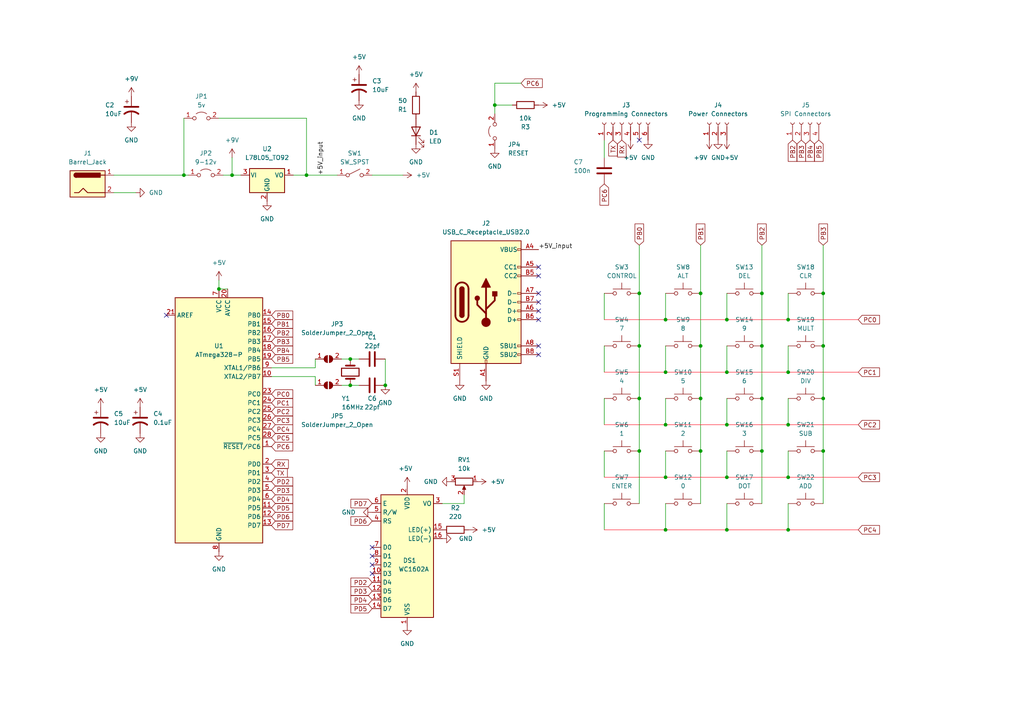
<source format=kicad_sch>
(kicad_sch (version 20211123) (generator eeschema)
  (paper "A4")
  (title_block (date "2022-08-15") (rev "1"))
  (lib_symbols
    (symbol "Connector:Barrel_Jack" (pin_names (offset 1.016))
      (property "Reference" "J" (at 0 5.334 0))
      (property "Value" "Barrel_Jack" (at 0 -5.08 0))
      (symbol "Barrel_Jack_0_1"
        (rectangle (start -5.08 3.81) (end 5.08 -3.81) (stroke (width 0.254)) (fill (type background)))
        (arc (start -3.302 3.175) (mid -3.937 2.54) (end -3.302 1.905) (stroke (width 0.254)))
        (arc (start -3.302 3.175) (mid -3.937 2.54) (end -3.302 1.905) (stroke (width 0.254)) (fill (type outline)))
        (polyline (pts (xy 5.08 2.54) (xy 3.81 2.54)) (stroke (width 0.254)))
        (polyline (pts (xy -3.81 -2.54) (xy -2.54 -2.54) (xy -1.27 -1.27) (xy 0 -2.54) (xy 2.54 -2.54) (xy 5.08 -2.54)) (stroke (width 0.254)))
        (rectangle (start 3.683 3.175) (end -3.302 1.905) (stroke (width 0.254)) (fill (type outline)))
      )
      (symbol "Barrel_Jack_1_1"
        (pin passive line (at 7.62 2.54 180) (length 2.54) (name "~") (number "1"))
        (pin passive line (at 7.62 -2.54 180) (length 2.54) (name "~") (number "2"))
      )
    )
    (symbol "Connector:Conn_01x03_Female" (pin_names (offset 1.016) hide)
      (property "Reference" "J" (at 0 5.08 0))
      (property "Value" "Conn_01x03_Female" (at 0 -5.08 0))
      (symbol "Conn_01x03_Female_1_1"
        (arc (start 0 -2.032) (mid -0.508 -2.54) (end 0 -3.048) (stroke (width 0.1524)))
        (polyline (pts (xy -1.27 -2.54) (xy -0.508 -2.54)) (stroke (width 0.1524)))
        (polyline (pts (xy -1.27 0) (xy -0.508 0)) (stroke (width 0.1524)))
        (polyline (pts (xy -1.27 2.54) (xy -0.508 2.54)) (stroke (width 0.1524)))
        (arc (start 0 0.508) (mid -0.508 0) (end 0 -0.508) (stroke (width 0.1524)))
        (arc (start 0 3.048) (mid -0.508 2.54) (end 0 2.032) (stroke (width 0.1524)))
        (pin passive line (at -5.08 2.54 0) (length 3.81) (name "Pin_1") (number "1"))
        (pin passive line (at -5.08 0 0) (length 3.81) (name "Pin_2") (number "2"))
        (pin passive line (at -5.08 -2.54 0) (length 3.81) (name "Pin_3") (number "3"))
      )
    )
    (symbol "Connector:Conn_01x04_Female" (pin_names (offset 1.016) hide)
      (property "Reference" "J" (at 0 5.08 0))
      (property "Value" "Conn_01x04_Female" (at 0 -7.62 0))
      (symbol "Conn_01x04_Female_1_1"
        (arc (start 0 -4.572) (mid -0.508 -5.08) (end 0 -5.588) (stroke (width 0.1524)))
        (arc (start 0 -2.032) (mid -0.508 -2.54) (end 0 -3.048) (stroke (width 0.1524)))
        (polyline (pts (xy -1.27 -5.08) (xy -0.508 -5.08)) (stroke (width 0.1524)))
        (polyline (pts (xy -1.27 -2.54) (xy -0.508 -2.54)) (stroke (width 0.1524)))
        (polyline (pts (xy -1.27 0) (xy -0.508 0)) (stroke (width 0.1524)))
        (polyline (pts (xy -1.27 2.54) (xy -0.508 2.54)) (stroke (width 0.1524)))
        (arc (start 0 0.508) (mid -0.508 0) (end 0 -0.508) (stroke (width 0.1524)))
        (arc (start 0 3.048) (mid -0.508 2.54) (end 0 2.032) (stroke (width 0.1524)))
        (pin passive line (at -5.08 2.54 0) (length 3.81) (name "Pin_1") (number "1"))
        (pin passive line (at -5.08 0 0) (length 3.81) (name "Pin_2") (number "2"))
        (pin passive line (at -5.08 -2.54 0) (length 3.81) (name "Pin_3") (number "3"))
        (pin passive line (at -5.08 -5.08 0) (length 3.81) (name "Pin_4") (number "4"))
      )
    )
    (symbol "Connector:Conn_01x06_Female" (pin_names (offset 1.016) hide)
      (property "Reference" "J" (at 0 7.62 0))
      (property "Value" "Conn_01x06_Female" (at 0 -10.16 0))
      (symbol "Conn_01x06_Female_1_1"
        (arc (start 0 -7.112) (mid -0.508 -7.62) (end 0 -8.128) (stroke (width 0.1524)))
        (arc (start 0 -4.572) (mid -0.508 -5.08) (end 0 -5.588) (stroke (width 0.1524)))
        (arc (start 0 -2.032) (mid -0.508 -2.54) (end 0 -3.048) (stroke (width 0.1524)))
        (polyline (pts (xy -1.27 -7.62) (xy -0.508 -7.62)) (stroke (width 0.1524)))
        (polyline (pts (xy -1.27 -5.08) (xy -0.508 -5.08)) (stroke (width 0.1524)))
        (polyline (pts (xy -1.27 -2.54) (xy -0.508 -2.54)) (stroke (width 0.1524)))
        (polyline (pts (xy -1.27 0) (xy -0.508 0)) (stroke (width 0.1524)))
        (polyline (pts (xy -1.27 2.54) (xy -0.508 2.54)) (stroke (width 0.1524)))
        (polyline (pts (xy -1.27 5.08) (xy -0.508 5.08)) (stroke (width 0.1524)))
        (arc (start 0 0.508) (mid -0.508 0) (end 0 -0.508) (stroke (width 0.1524)))
        (arc (start 0 3.048) (mid -0.508 2.54) (end 0 2.032) (stroke (width 0.1524)))
        (arc (start 0 5.588) (mid -0.508 5.08) (end 0 4.572) (stroke (width 0.1524)))
        (pin passive line (at -5.08 5.08 0) (length 3.81) (name "Pin_1") (number "1"))
        (pin passive line (at -5.08 2.54 0) (length 3.81) (name "Pin_2") (number "2"))
        (pin passive line (at -5.08 0 0) (length 3.81) (name "Pin_3") (number "3"))
        (pin passive line (at -5.08 -2.54 0) (length 3.81) (name "Pin_4") (number "4"))
        (pin passive line (at -5.08 -5.08 0) (length 3.81) (name "Pin_5") (number "5"))
        (pin passive line (at -5.08 -7.62 0) (length 3.81) (name "Pin_6") (number "6"))
      )
    )
    (symbol "Connector:USB_C_Receptacle_USB2.0" (pin_names (offset 1.016))
      (property "Reference" "J" (at -10.16 19.05 0))
      (property "Value" "USB_C_Receptacle_USB2.0" (at 19.05 19.05 0))
      (symbol "USB_C_Receptacle_USB2.0_0_0"
        (rectangle (start -0.254 -17.78) (end 0.254 -16.764))
        (rectangle (start 10.16 -14.986) (end 9.144 -15.494))
        (rectangle (start 10.16 -12.446) (end 9.144 -12.954))
        (rectangle (start 10.16 -4.826) (end 9.144 -5.334))
        (rectangle (start 10.16 -2.286) (end 9.144 -2.794))
        (rectangle (start 10.16 0.254) (end 9.144 -0.254))
        (rectangle (start 10.16 2.794) (end 9.144 2.286))
        (rectangle (start 10.16 7.874) (end 9.144 7.366))
        (rectangle (start 10.16 10.414) (end 9.144 9.906))
        (rectangle (start 10.16 15.494) (end 9.144 14.986))
      )
      (symbol "USB_C_Receptacle_USB2.0_0_1"
        (rectangle (start -10.16 17.78) (end 10.16 -17.78) (stroke (width 0.254)) (fill (type background)))
        (arc (start -8.89 -3.81) (mid -6.985 -5.715) (end -5.08 -3.81) (stroke (width 0.508)))
        (arc (start -7.62 -3.81) (mid -6.985 -4.445) (end -6.35 -3.81) (stroke (width 0.254)))
        (arc (start -7.62 -3.81) (mid -6.985 -4.445) (end -6.35 -3.81) (stroke (width 0.254)) (fill (type outline)))
        (rectangle (start -7.62 -3.81) (end -6.35 3.81) (stroke (width 0.254)) (fill (type outline)))
        (arc (start -6.35 3.81) (mid -6.985 4.445) (end -7.62 3.81) (stroke (width 0.254)))
        (arc (start -6.35 3.81) (mid -6.985 4.445) (end -7.62 3.81) (stroke (width 0.254)) (fill (type outline)))
        (arc (start -5.08 3.81) (mid -6.985 5.715) (end -8.89 3.81) (stroke (width 0.508)))
        (circle (center -2.54 1.143) (radius 0.635) (stroke (width 0.254)) (fill (type outline)))
        (circle (center 0 -5.842) (radius 1.27) (fill (type outline)))
        (polyline (pts (xy -8.89 -3.81) (xy -8.89 3.81)) (stroke (width 0.508)))
        (polyline (pts (xy -5.08 3.81) (xy -5.08 -3.81)) (stroke (width 0.508)))
        (polyline (pts (xy 0 -5.842) (xy 0 4.318)) (stroke (width 0.508)))
        (polyline (pts (xy 0 -3.302) (xy -2.54 -0.762) (xy -2.54 0.508)) (stroke (width 0.508)))
        (polyline (pts (xy 0 -2.032) (xy 2.54 0.508) (xy 2.54 1.778)) (stroke (width 0.508)))
        (polyline (pts (xy -1.27 4.318) (xy 0 6.858) (xy 1.27 4.318) (xy -1.27 4.318)) (stroke (width 0.254)) (fill (type outline)))
        (rectangle (start 1.905 1.778) (end 3.175 3.048) (stroke (width 0.254)) (fill (type outline)))
      )
      (symbol "USB_C_Receptacle_USB2.0_1_1"
        (pin passive line (at 0 -22.86 90) (length 5.08) (name "GND") (number "A1"))
        (pin passive line (at 0 -22.86 90) (length 5.08) hide (name "GND") (number "A12"))
        (pin passive line (at 15.24 15.24 180) (length 5.08) (name "VBUS") (number "A4"))
        (pin bidirectional line (at 15.24 10.16 180) (length 5.08) (name "CC1") (number "A5"))
        (pin bidirectional line (at 15.24 -2.54 180) (length 5.08) (name "D+") (number "A6"))
        (pin bidirectional line (at 15.24 2.54 180) (length 5.08) (name "D-") (number "A7"))
        (pin bidirectional line (at 15.24 -12.7 180) (length 5.08) (name "SBU1") (number "A8"))
        (pin passive line (at 15.24 15.24 180) (length 5.08) hide (name "VBUS") (number "A9"))
        (pin passive line (at 0 -22.86 90) (length 5.08) hide (name "GND") (number "B1"))
        (pin passive line (at 0 -22.86 90) (length 5.08) hide (name "GND") (number "B12"))
        (pin passive line (at 15.24 15.24 180) (length 5.08) hide (name "VBUS") (number "B4"))
        (pin bidirectional line (at 15.24 7.62 180) (length 5.08) (name "CC2") (number "B5"))
        (pin bidirectional line (at 15.24 -5.08 180) (length 5.08) (name "D+") (number "B6"))
        (pin bidirectional line (at 15.24 0 180) (length 5.08) (name "D-") (number "B7"))
        (pin bidirectional line (at 15.24 -15.24 180) (length 5.08) (name "SBU2") (number "B8"))
        (pin passive line (at 15.24 15.24 180) (length 5.08) hide (name "VBUS") (number "B9"))
        (pin passive line (at -7.62 -22.86 90) (length 5.08) (name "SHIELD") (number "S1"))
      )
    )
    (symbol "Device:C" (pin_numbers hide) (pin_names (offset 0.254))
      (property "Reference" "C" (at 0.635 2.54 0))
      (property "Value" "C" (at 0.635 -2.54 0))
      (symbol "C_0_1"
        (polyline (pts (xy -2.032 -0.762) (xy 2.032 -0.762)) (stroke (width 0.508)))
        (polyline (pts (xy -2.032 0.762) (xy 2.032 0.762)) (stroke (width 0.508)))
      )
      (symbol "C_1_1"
        (pin passive line (at 0 3.81 270) (length 2.794) (name "~") (number "1"))
        (pin passive line (at 0 -3.81 90) (length 2.794) (name "~") (number "2"))
      )
    )
    (symbol "Device:C_Polarized_US" (pin_numbers hide) (pin_names (offset 0.254) hide)
      (property "Reference" "C" (at 0.635 2.54 0))
      (property "Value" "C_Polarized_US" (at 0.635 -2.54 0))
      (symbol "C_Polarized_US_0_1"
        (polyline (pts (xy -2.032 0.762) (xy 2.032 0.762)) (stroke (width 0.508)))
        (polyline (pts (xy -1.778 2.286) (xy -0.762 2.286)))
        (polyline (pts (xy -1.27 1.778) (xy -1.27 2.794)))
        (arc (start 2.032 -1.27) (mid 0 -0.5572) (end -2.032 -1.27) (stroke (width 0.508)))
      )
      (symbol "C_Polarized_US_1_1"
        (pin passive line (at 0 3.81 270) (length 2.794) (name "~") (number "1"))
        (pin passive line (at 0 -3.81 90) (length 3.302) (name "~") (number "2"))
      )
    )
    (symbol "Device:Crystal" (pin_numbers hide) (pin_names (offset 1.016) hide)
      (property "Reference" "Y" (at 0 3.81 0))
      (property "Value" "Crystal" (at 0 -3.81 0))
      (symbol "Crystal_0_1"
        (rectangle (start -1.143 2.54) (end 1.143 -2.54) (stroke (width 0.3048)))
        (polyline (pts (xy -2.54 0) (xy -1.905 0)))
        (polyline (pts (xy -1.905 -1.27) (xy -1.905 1.27)) (stroke (width 0.508)))
        (polyline (pts (xy 1.905 -1.27) (xy 1.905 1.27)) (stroke (width 0.508)))
        (polyline (pts (xy 2.54 0) (xy 1.905 0)))
      )
      (symbol "Crystal_1_1"
        (pin passive line (at -3.81 0 0) (length 1.27) (name "1") (number "1"))
        (pin passive line (at 3.81 0 180) (length 1.27) (name "2") (number "2"))
      )
    )
    (symbol "Device:LED" (pin_numbers hide) (pin_names (offset 1.016) hide)
      (property "Reference" "D" (at 0 2.54 0))
      (property "Value" "LED" (at 0 -2.54 0))
      (symbol "LED_0_1"
        (polyline (pts (xy -1.27 -1.27) (xy -1.27 1.27)) (stroke (width 0.254)))
        (polyline (pts (xy -1.27 0) (xy 1.27 0)))
        (polyline (pts (xy 1.27 -1.27) (xy 1.27 1.27) (xy -1.27 0) (xy 1.27 -1.27)) (stroke (width 0.254)))
        (polyline (pts (xy -3.048 -0.762) (xy -4.572 -2.286) (xy -3.81 -2.286) (xy -4.572 -2.286) (xy -4.572 -1.524)))
        (polyline (pts (xy -1.778 -0.762) (xy -3.302 -2.286) (xy -2.54 -2.286) (xy -3.302 -2.286) (xy -3.302 -1.524)))
      )
      (symbol "LED_1_1"
        (pin passive line (at -3.81 0 0) (length 2.54) (name "K") (number "1"))
        (pin passive line (at 3.81 0 180) (length 2.54) (name "A") (number "2"))
      )
    )
    (symbol "Device:R" (pin_numbers hide) (pin_names (offset 0))
      (property "Reference" "R" (at 2.032 0 90))
      (property "Value" "R" (at 0 0 90))
      (symbol "R_0_1"
        (rectangle (start -1.016 -2.54) (end 1.016 2.54) (stroke (width 0.254)))
      )
      (symbol "R_1_1"
        (pin passive line (at 0 3.81 270) (length 1.27) (name "~") (number "1"))
        (pin passive line (at 0 -3.81 90) (length 1.27) (name "~") (number "2"))
      )
    )
    (symbol "Device:R_Potentiometer" (pin_names (offset 1.016) hide)
      (property "Reference" "RV" (at -4.445 0 90))
      (property "Value" "R_Potentiometer" (at -2.54 0 90))
      (symbol "R_Potentiometer_0_1"
        (polyline (pts (xy 2.54 0) (xy 1.524 0)))
        (polyline (pts (xy 1.143 0) (xy 2.286 0.508) (xy 2.286 -0.508) (xy 1.143 0)) (fill (type outline)))
        (rectangle (start 1.016 2.54) (end -1.016 -2.54) (stroke (width 0.254)))
      )
      (symbol "R_Potentiometer_1_1"
        (pin passive line (at 0 3.81 270) (length 1.27) (name "1") (number "1"))
        (pin passive line (at 3.81 0 180) (length 1.27) (name "2") (number "2"))
        (pin passive line (at 0 -3.81 90) (length 1.27) (name "3") (number "3"))
      )
    )
    (symbol "Display_Character:WC1602A"
      (property "Reference" "DS" (at -5.842 19.05 0))
      (property "Value" "WC1602A" (at 5.334 19.05 0))
      (symbol "WC1602A_1_1"
        (rectangle (start -7.62 17.78) (end 7.62 -17.78) (stroke (width 0.254)) (fill (type background)))
        (pin power_in line (at 0 -20.32 90) (length 2.54) (name "VSS") (number "1"))
        (pin input line (at -10.16 -5.08 0) (length 2.54) (name "D3") (number "10"))
        (pin input line (at -10.16 -7.62 0) (length 2.54) (name "D4") (number "11"))
        (pin input line (at -10.16 -10.16 0) (length 2.54) (name "D5") (number "12"))
        (pin input line (at -10.16 -12.7 0) (length 2.54) (name "D6") (number "13"))
        (pin input line (at -10.16 -15.24 0) (length 2.54) (name "D7") (number "14"))
        (pin power_in line (at 10.16 7.62 180) (length 2.54) (name "LED(+)") (number "15"))
        (pin power_in line (at 10.16 5.08 180) (length 2.54) (name "LED(-)") (number "16"))
        (pin power_in line (at 0 20.32 270) (length 2.54) (name "VDD") (number "2"))
        (pin input line (at 10.16 15.24 180) (length 2.54) (name "VO") (number "3"))
        (pin input line (at -10.16 10.16 0) (length 2.54) (name "RS") (number "4"))
        (pin input line (at -10.16 12.7 0) (length 2.54) (name "R/W") (number "5"))
        (pin input line (at -10.16 15.24 0) (length 2.54) (name "E") (number "6"))
        (pin input line (at -10.16 2.54 0) (length 2.54) (name "D0") (number "7"))
        (pin input line (at -10.16 0 0) (length 2.54) (name "D1") (number "8"))
        (pin input line (at -10.16 -2.54 0) (length 2.54) (name "D2") (number "9"))
      )
    )
    (symbol "Jumper:Jumper_2_Open" (pin_names (offset 0) hide)
      (property "Reference" "JP" (at 0 2.794 0))
      (property "Value" "Jumper_2_Open" (at 0 -2.286 0))
      (symbol "Jumper_2_Open_0_0"
        (circle (center -2.032 0) (radius 0.508))
        (circle (center 2.032 0) (radius 0.508))
      )
      (symbol "Jumper_2_Open_0_1"
        (arc (start 1.524 1.27) (mid 0 1.778) (end -1.524 1.27))
      )
      (symbol "Jumper_2_Open_1_1"
        (pin passive line (at -5.08 0 0) (length 2.54) (name "A") (number "1"))
        (pin passive line (at 5.08 0 180) (length 2.54) (name "B") (number "2"))
      )
    )
    (symbol "Jumper:SolderJumper_2_Open" (pin_names (offset 0) hide)
      (property "Reference" "JP" (at 0 2.032 0))
      (property "Value" "SolderJumper_2_Open" (at 0 -2.54 0))
      (symbol "SolderJumper_2_Open_0_1"
        (arc (start -0.254 1.016) (mid -1.27 0) (end -0.254 -1.016))
        (arc (start -0.254 1.016) (mid -1.27 0) (end -0.254 -1.016) (fill (type outline)))
        (polyline (pts (xy -0.254 1.016) (xy -0.254 -1.016)))
        (polyline (pts (xy 0.254 1.016) (xy 0.254 -1.016)))
        (arc (start 0.254 -1.016) (mid 1.27 0) (end 0.254 1.016))
        (arc (start 0.254 -1.016) (mid 1.27 0) (end 0.254 1.016) (fill (type outline)))
      )
      (symbol "SolderJumper_2_Open_1_1"
        (pin passive line (at -3.81 0 0) (length 2.54) (name "A") (number "1"))
        (pin passive line (at 3.81 0 180) (length 2.54) (name "B") (number "2"))
      )
    )
    (symbol "MCU_Microchip_ATmega:ATmega328-P"
      (property "Reference" "U" (at -12.7 36.83 0))
      (property "Value" "ATmega328-P" (at 2.54 -36.83 0))
      (symbol "ATmega328-P_0_1"
        (rectangle (start -12.7 -35.56) (end 12.7 35.56) (stroke (width 0.254)) (fill (type background)))
      )
      (symbol "ATmega328-P_1_1"
        (pin bidirectional line (at 15.24 -7.62 180) (length 2.54) (name "~{RESET}/PC6") (number "1"))
        (pin bidirectional line (at 15.24 12.7 180) (length 2.54) (name "XTAL2/PB7") (number "10"))
        (pin bidirectional line (at 15.24 -25.4 180) (length 2.54) (name "PD5") (number "11"))
        (pin bidirectional line (at 15.24 -27.94 180) (length 2.54) (name "PD6") (number "12"))
        (pin bidirectional line (at 15.24 -30.48 180) (length 2.54) (name "PD7") (number "13"))
        (pin bidirectional line (at 15.24 30.48 180) (length 2.54) (name "PB0") (number "14"))
        (pin bidirectional line (at 15.24 27.94 180) (length 2.54) (name "PB1") (number "15"))
        (pin bidirectional line (at 15.24 25.4 180) (length 2.54) (name "PB2") (number "16"))
        (pin bidirectional line (at 15.24 22.86 180) (length 2.54) (name "PB3") (number "17"))
        (pin bidirectional line (at 15.24 20.32 180) (length 2.54) (name "PB4") (number "18"))
        (pin bidirectional line (at 15.24 17.78 180) (length 2.54) (name "PB5") (number "19"))
        (pin bidirectional line (at 15.24 -12.7 180) (length 2.54) (name "PD0") (number "2"))
        (pin power_in line (at 2.54 38.1 270) (length 2.54) (name "AVCC") (number "20"))
        (pin passive line (at -15.24 30.48 0) (length 2.54) (name "AREF") (number "21"))
        (pin passive line (at 0 -38.1 90) (length 2.54) hide (name "GND") (number "22"))
        (pin bidirectional line (at 15.24 7.62 180) (length 2.54) (name "PC0") (number "23"))
        (pin bidirectional line (at 15.24 5.08 180) (length 2.54) (name "PC1") (number "24"))
        (pin bidirectional line (at 15.24 2.54 180) (length 2.54) (name "PC2") (number "25"))
        (pin bidirectional line (at 15.24 0 180) (length 2.54) (name "PC3") (number "26"))
        (pin bidirectional line (at 15.24 -2.54 180) (length 2.54) (name "PC4") (number "27"))
        (pin bidirectional line (at 15.24 -5.08 180) (length 2.54) (name "PC5") (number "28"))
        (pin bidirectional line (at 15.24 -15.24 180) (length 2.54) (name "PD1") (number "3"))
        (pin bidirectional line (at 15.24 -17.78 180) (length 2.54) (name "PD2") (number "4"))
        (pin bidirectional line (at 15.24 -20.32 180) (length 2.54) (name "PD3") (number "5"))
        (pin bidirectional line (at 15.24 -22.86 180) (length 2.54) (name "PD4") (number "6"))
        (pin power_in line (at 0 38.1 270) (length 2.54) (name "VCC") (number "7"))
        (pin power_in line (at 0 -38.1 90) (length 2.54) (name "GND") (number "8"))
        (pin bidirectional line (at 15.24 15.24 180) (length 2.54) (name "XTAL1/PB6") (number "9"))
      )
    )
    (symbol "Regulator_Linear:L78L05_TO92" (pin_names (offset 0.254))
      (property "Reference" "U" (at -3.81 3.175 0))
      (property "Value" "L78L05_TO92" (at 0 3.175 0))
      (symbol "L78L05_TO92_0_1"
        (rectangle (start -5.08 -5.08) (end 5.08 1.905) (stroke (width 0.254)) (fill (type background)))
      )
      (symbol "L78L05_TO92_1_1"
        (pin power_out line (at 7.62 0 180) (length 2.54) (name "VO") (number "1"))
        (pin power_in line (at 0 -7.62 90) (length 2.54) (name "GND") (number "2"))
        (pin power_in line (at -7.62 0 0) (length 2.54) (name "VI") (number "3"))
      )
    )
    (symbol "Switch:SW_Push" (pin_numbers hide) (pin_names (offset 1.016) hide)
      (property "Reference" "SW" (at 1.27 2.54 0))
      (property "Value" "SW_Push" (at 0 -1.524 0))
      (symbol "SW_Push_0_1"
        (circle (center -2.032 0) (radius 0.508))
        (polyline (pts (xy 0 1.27) (xy 0 3.048)))
        (polyline (pts (xy 2.54 1.27) (xy -2.54 1.27)))
        (circle (center 2.032 0) (radius 0.508))
        (pin passive line (at -5.08 0 0) (length 2.54) (name "1") (number "1"))
        (pin passive line (at 5.08 0 180) (length 2.54) (name "2") (number "2"))
      )
    )
    (symbol "Switch:SW_SPST" (pin_names (offset 0) hide)
      (property "Reference" "SW" (at 0 3.175 0))
      (property "Value" "SW_SPST" (at 0 -2.54 0))
      (symbol "SW_SPST_0_0"
        (circle (center -2.032 0) (radius 0.508))
        (polyline (pts (xy -1.524 0.254) (xy 1.524 1.778)))
        (circle (center 2.032 0) (radius 0.508))
      )
      (symbol "SW_SPST_1_1"
        (pin passive line (at -5.08 0 0) (length 2.54) (name "A") (number "1"))
        (pin passive line (at 5.08 0 180) (length 2.54) (name "B") (number "2"))
      )
    )
    (symbol "power:+5V" (power) (pin_names (offset 0))
      (property "Value" "+5V" (at 0 3.556 0))
      (symbol "+5V_0_1"
        (polyline (pts (xy -0.762 1.27) (xy 0 2.54)))
        (polyline (pts (xy 0 0) (xy 0 2.54)))
        (polyline (pts (xy 0 2.54) (xy 0.762 1.27)))
      )
      (symbol "+5V_1_1"
        (pin power_in line (at 0 0 90) (length 0) hide (name "+5V") (number "1"))
      )
    )
    (symbol "power:+9V" (power) (pin_names (offset 0))
      (property "Value" "+9V" (at 0 3.556 0))
      (symbol "+9V_0_1"
        (polyline (pts (xy -0.762 1.27) (xy 0 2.54)))
        (polyline (pts (xy 0 0) (xy 0 2.54)))
        (polyline (pts (xy 0 2.54) (xy 0.762 1.27)))
      )
      (symbol "+9V_1_1"
        (pin power_in line (at 0 0 90) (length 0) hide (name "+9V") (number "1"))
      )
    )
    (symbol "power:GND" (power) (pin_names (offset 0))
      (property "Value" "GND" (at 0 -3.81 0))
      (symbol "GND_0_1"
        (polyline (pts (xy 0 0) (xy 0 -1.27) (xy 1.27 -1.27) (xy 0 -2.54) (xy -1.27 -1.27) (xy 0 -1.27)))
      )
      (symbol "GND_1_1"
        (pin power_in line (at 0 0 270) (length 0) hide (name "GND") (number "1"))
      )
    )
  )
  (junction (at 203.2 130.81))
  (junction (at 210.82 92.71))
  (junction (at 193.04 107.95))
  (junction (at 210.82 138.43))
  (junction (at 185.42 85.09))
  (junction (at 238.76 115.57))
  (junction (at 203.2 115.57))
  (junction (at 210.82 153.67))
  (junction (at 185.42 130.81))
  (junction (at 220.98 100.33))
  (junction (at 143.51 30.48))
  (junction (at 193.04 138.43))
  (junction (at 101.6 111.76))
  (junction (at 63.5 83.82))
  (junction (at 220.98 85.09))
  (junction (at 228.6 153.67))
  (junction (at 193.04 123.19))
  (junction (at 193.04 153.67))
  (junction (at 53.34 50.8))
  (junction (at 210.82 107.95))
  (junction (at 203.2 100.33))
  (junction (at 220.98 130.81))
  (junction (at 185.42 100.33))
  (junction (at 238.76 85.09))
  (junction (at 88.9 50.8))
  (junction (at 67.31 50.8))
  (junction (at 228.6 92.71))
  (junction (at 185.42 115.57))
  (junction (at 220.98 115.57))
  (junction (at 203.2 85.09))
  (junction (at 238.76 100.33))
  (junction (at 228.6 107.95))
  (junction (at 111.76 111.76))
  (junction (at 228.6 138.43))
  (junction (at 228.6 123.19))
  (junction (at 238.76 130.81))
  (junction (at 193.04 92.71))
  (junction (at 210.82 123.19))
  (junction (at 101.6 104.14))
  (no_connect (at 185.42 40.64))
  (no_connect (at 48.26 91.44))
  (no_connect (at 156.21 77.47))
  (no_connect (at 156.21 80.01))
  (no_connect (at 156.21 85.09))
  (no_connect (at 156.21 87.63))
  (no_connect (at 156.21 92.71))
  (no_connect (at 156.21 100.33))
  (no_connect (at 156.21 102.87))
  (no_connect (at 156.21 90.17))
  (no_connect (at 107.95 158.75))
  (no_connect (at 107.95 166.37))
  (no_connect (at 107.95 161.29))
  (no_connect (at 107.95 163.83))
  (wire (pts (xy 88.9 34.29) (xy 88.9 50.8)))
  (wire (pts (xy 78.74 106.68) (xy 91.44 106.68)))
  (wire (pts (xy 193.04 146.05) (xy 193.04 153.67)))
  (wire (pts (xy 143.51 24.13) (xy 151.13 24.13)))
  (wire (pts (xy 185.42 85.09) (xy 185.42 100.33)))
  (wire (pts (xy 203.2 130.81) (xy 203.2 146.05)))
  (wire (pts (xy 63.5 34.29) (xy 88.9 34.29)))
  (wire (pts (xy 210.82 100.33) (xy 210.82 107.95)))
  (wire (pts (xy 210.82 92.71) (xy 228.6 92.71)) (stroke (width 0) (color 255 43 60 1)))
  (wire (pts (xy 185.42 71.12) (xy 185.42 85.09)))
  (wire (pts (xy 228.6 153.67) (xy 248.92 153.67)) (stroke (width 0) (color 255 43 60 1)))
  (wire (pts (xy 210.82 115.57) (xy 210.82 123.19)))
  (wire (pts (xy 220.98 71.12) (xy 220.98 85.09)))
  (wire (pts (xy 193.04 100.33) (xy 193.04 107.95)))
  (wire (pts (xy 210.82 130.81) (xy 210.82 138.43)))
  (wire (pts (xy 175.26 45.72) (xy 175.26 40.64)))
  (wire (pts (xy 228.6 123.19) (xy 248.92 123.19)) (stroke (width 0) (color 255 43 60 1)))
  (wire (pts (xy 203.2 115.57) (xy 203.2 130.81)))
  (wire (pts (xy 228.6 107.95) (xy 248.92 107.95)) (stroke (width 0) (color 255 43 60 1)))
  (wire (pts (xy 220.98 130.81) (xy 220.98 146.05)))
  (wire (pts (xy 193.04 153.67) (xy 210.82 153.67)) (stroke (width 0) (color 255 43 60 1)))
  (wire (pts (xy 193.04 107.95) (xy 210.82 107.95)) (stroke (width 0) (color 255 43 60 1)))
  (wire (pts (xy 220.98 100.33) (xy 220.98 115.57)))
  (wire (pts (xy 67.31 50.8) (xy 69.85 50.8)))
  (wire (pts (xy 203.2 100.33) (xy 203.2 115.57)))
  (wire (pts (xy 228.6 92.71) (xy 248.92 92.71)) (stroke (width 0) (color 255 43 60 1)))
  (wire (pts (xy 175.26 100.33) (xy 175.26 107.95)))
  (wire (pts (xy 238.76 71.12) (xy 238.76 85.09)))
  (wire (pts (xy 228.6 146.05) (xy 228.6 153.67)))
  (wire (pts (xy 175.26 146.05) (xy 175.26 153.67)))
  (wire (pts (xy 63.5 81.28) (xy 63.5 83.82)))
  (wire (pts (xy 210.82 85.09) (xy 210.82 92.71)))
  (wire (pts (xy 175.26 85.09) (xy 175.26 92.71)))
  (wire (pts (xy 228.6 138.43) (xy 248.92 138.43)) (stroke (width 0) (color 255 43 60 1)))
  (wire (pts (xy 134.62 146.05) (xy 134.62 143.51)))
  (wire (pts (xy 228.6 85.09) (xy 228.6 92.71)))
  (wire (pts (xy 143.51 24.13) (xy 143.51 30.48)))
  (wire (pts (xy 53.34 34.29) (xy 53.34 50.8)))
  (wire (pts (xy 210.82 107.95) (xy 228.6 107.95)) (stroke (width 0) (color 255 43 60 1)))
  (wire (pts (xy 228.6 115.57) (xy 228.6 123.19)))
  (wire (pts (xy 175.26 123.19) (xy 193.04 123.19)) (stroke (width 0) (color 255 43 60 1)))
  (wire (pts (xy 91.44 109.22) (xy 91.44 111.76)))
  (wire (pts (xy 101.6 104.14) (xy 104.14 104.14)))
  (wire (pts (xy 193.04 85.09) (xy 193.04 92.71)))
  (wire (pts (xy 185.42 130.81) (xy 185.42 146.05)))
  (wire (pts (xy 238.76 115.57) (xy 238.76 130.81)))
  (wire (pts (xy 101.6 111.76) (xy 99.06 111.76)))
  (wire (pts (xy 210.82 138.43) (xy 228.6 138.43)) (stroke (width 0) (color 255 43 60 1)))
  (wire (pts (xy 91.44 106.68) (xy 91.44 104.14)))
  (wire (pts (xy 193.04 130.81) (xy 193.04 138.43)))
  (wire (pts (xy 33.02 50.8) (xy 53.34 50.8)))
  (wire (pts (xy 175.26 130.81) (xy 175.26 138.43)))
  (wire (pts (xy 175.26 107.95) (xy 193.04 107.95)) (stroke (width 0) (color 255 43 60 1)))
  (wire (pts (xy 210.82 123.19) (xy 228.6 123.19)) (stroke (width 0) (color 255 43 60 1)))
  (wire (pts (xy 143.51 30.48) (xy 148.59 30.48)))
  (wire (pts (xy 111.76 104.14) (xy 111.76 111.76)))
  (wire (pts (xy 210.82 146.05) (xy 210.82 153.67)))
  (wire (pts (xy 78.74 109.22) (xy 91.44 109.22)))
  (wire (pts (xy 128.27 146.05) (xy 134.62 146.05)))
  (wire (pts (xy 193.04 138.43) (xy 210.82 138.43)) (stroke (width 0) (color 255 43 60 1)))
  (wire (pts (xy 143.51 30.48) (xy 143.51 33.02)))
  (wire (pts (xy 193.04 115.57) (xy 193.04 123.19)))
  (wire (pts (xy 175.26 138.43) (xy 193.04 138.43)) (stroke (width 0) (color 255 43 60 1)))
  (wire (pts (xy 220.98 115.57) (xy 220.98 130.81)))
  (wire (pts (xy 228.6 130.81) (xy 228.6 138.43)))
  (wire (pts (xy 193.04 123.19) (xy 210.82 123.19)) (stroke (width 0) (color 255 43 60 1)))
  (wire (pts (xy 220.98 85.09) (xy 220.98 100.33)))
  (wire (pts (xy 85.09 50.8) (xy 88.9 50.8)))
  (wire (pts (xy 203.2 85.09) (xy 203.2 100.33)))
  (wire (pts (xy 210.82 153.67) (xy 228.6 153.67)) (stroke (width 0) (color 255 43 60 1)))
  (wire (pts (xy 238.76 130.81) (xy 238.76 146.05)))
  (wire (pts (xy 238.76 100.33) (xy 238.76 115.57)))
  (wire (pts (xy 67.31 45.72) (xy 67.31 50.8)))
  (wire (pts (xy 175.26 153.67) (xy 193.04 153.67)) (stroke (width 0) (color 255 43 60 1)))
  (wire (pts (xy 107.95 50.8) (xy 116.84 50.8)))
  (wire (pts (xy 63.5 83.82) (xy 66.04 83.82)))
  (wire (pts (xy 64.77 50.8) (xy 67.31 50.8)))
  (wire (pts (xy 185.42 115.57) (xy 185.42 130.81)))
  (wire (pts (xy 203.2 71.12) (xy 203.2 85.09)))
  (wire (pts (xy 53.34 50.8) (xy 54.61 50.8)))
  (wire (pts (xy 185.42 100.33) (xy 185.42 115.57)))
  (wire (pts (xy 33.02 55.88) (xy 39.37 55.88)))
  (wire (pts (xy 101.6 111.76) (xy 104.14 111.76)))
  (wire (pts (xy 175.26 115.57) (xy 175.26 123.19)))
  (wire (pts (xy 101.6 104.14) (xy 99.06 104.14)))
  (wire (pts (xy 193.04 92.71) (xy 210.82 92.71)) (stroke (width 0) (color 255 43 60 1)))
  (wire (pts (xy 97.79 50.8) (xy 88.9 50.8)))
  (wire (pts (xy 175.26 92.71) (xy 193.04 92.71)) (stroke (width 0) (color 255 43 60 1)))
  (wire (pts (xy 228.6 100.33) (xy 228.6 107.95)))
  (wire (pts (xy 238.76 85.09) (xy 238.76 100.33)))
  (label "+5V_input" (at 156.21 72.39 0))
  (label "+5V_input" (at 93.98 50.8 90))
  (global_label "PC3" (shape input) (at 248.92 138.43 0) (property "Intersheet References" "${INTERSHEET_REFS}" (effects hide)))
  (global_label "PD3" (shape input) (at 78.74 142.24 0) (property "Intersheet References" "${INTERSHEET_REFS}" (effects hide)))
  (global_label "PB2" (shape input) (at 78.74 96.52 0) (property "Intersheet References" "${INTERSHEET_REFS}" (effects hide)))
  (global_label "PD7" (shape input) (at 78.74 152.4 0) (property "Intersheet References" "${INTERSHEET_REFS}" (effects hide)))
  (global_label "PD7" (shape input) (at 107.95 146.05 180) (property "Intersheet References" "${INTERSHEET_REFS}" (effects hide)))
  (global_label "PC5" (shape input) (at 78.74 127 0) (property "Intersheet References" "${INTERSHEET_REFS}" (effects hide)))
  (global_label "PC6" (shape input) (at 175.26 53.34 270) (property "Intersheet References" "${INTERSHEET_REFS}" (effects hide)))
  (global_label "PC1" (shape input) (at 248.92 107.95 0) (property "Intersheet References" "${INTERSHEET_REFS}" (effects hide)))
  (global_label "PB5" (shape input) (at 78.74 104.14 0) (property "Intersheet References" "${INTERSHEET_REFS}" (effects hide)))
  (global_label "PB4" (shape input) (at 78.74 101.6 0) (property "Intersheet References" "${INTERSHEET_REFS}" (effects hide)))
  (global_label "PC0" (shape input) (at 248.92 92.71 0) (property "Intersheet References" "${INTERSHEET_REFS}" (effects hide)))
  (global_label "PC2" (shape input) (at 248.92 123.19 0) (property "Intersheet References" "${INTERSHEET_REFS}" (effects hide)))
  (global_label "PC4" (shape input) (at 248.92 153.67 0) (property "Intersheet References" "${INTERSHEET_REFS}" (effects hide)))
  (global_label "PB3" (shape input) (at 232.41 40.64 270) (property "Intersheet References" "${INTERSHEET_REFS}" (effects hide)))
  (global_label "PD3" (shape input) (at 107.95 171.45 180) (property "Intersheet References" "${INTERSHEET_REFS}" (effects hide)))
  (global_label "PC4" (shape input) (at 78.74 124.46 0) (property "Intersheet References" "${INTERSHEET_REFS}" (effects hide)))
  (global_label "PB4" (shape input) (at 234.95 40.64 270) (property "Intersheet References" "${INTERSHEET_REFS}" (effects hide)))
  (global_label "PC6" (shape input) (at 78.74 129.54 0) (property "Intersheet References" "${INTERSHEET_REFS}" (effects hide)))
  (global_label "PB0" (shape input) (at 185.42 71.12 90) (property "Intersheet References" "${INTERSHEET_REFS}" (effects hide)))
  (global_label "PD5" (shape input) (at 78.74 147.32 0) (property "Intersheet References" "${INTERSHEET_REFS}" (effects hide)))
  (global_label "PB0" (shape input) (at 78.74 91.44 0) (property "Intersheet References" "${INTERSHEET_REFS}" (effects hide)))
  (global_label "PD4" (shape input) (at 107.95 173.99 180) (property "Intersheet References" "${INTERSHEET_REFS}" (effects hide)))
  (global_label "TX" (shape input) (at 177.8 40.64 270) (property "Intersheet References" "${INTERSHEET_REFS}" (effects hide)))
  (global_label "PC6" (shape input) (at 151.13 24.13 0) (property "Intersheet References" "${INTERSHEET_REFS}" (effects hide)))
  (global_label "PB1" (shape input) (at 203.2 71.12 90) (property "Intersheet References" "${INTERSHEET_REFS}" (effects hide)))
  (global_label "PC2" (shape input) (at 78.74 119.38 0) (property "Intersheet References" "${INTERSHEET_REFS}" (effects hide)))
  (global_label "PC3" (shape input) (at 78.74 121.92 0) (property "Intersheet References" "${INTERSHEET_REFS}" (effects hide)))
  (global_label "PD5" (shape input) (at 107.95 176.53 180) (property "Intersheet References" "${INTERSHEET_REFS}" (effects hide)))
  (global_label "PC0" (shape input) (at 78.74 114.3 0) (property "Intersheet References" "${INTERSHEET_REFS}" (effects hide)))
  (global_label "PB2" (shape input) (at 220.98 71.12 90) (property "Intersheet References" "${INTERSHEET_REFS}" (effects hide)))
  (global_label "PB5" (shape input) (at 237.49 40.64 270) (property "Intersheet References" "${INTERSHEET_REFS}" (effects hide)))
  (global_label "PD2" (shape input) (at 78.74 139.7 0) (property "Intersheet References" "${INTERSHEET_REFS}" (effects hide)))
  (global_label "PD6" (shape input) (at 78.74 149.86 0) (property "Intersheet References" "${INTERSHEET_REFS}" (effects hide)))
  (global_label "PD4" (shape input) (at 78.74 144.78 0) (property "Intersheet References" "${INTERSHEET_REFS}" (effects hide)))
  (global_label "PB3" (shape input) (at 238.76 71.12 90) (property "Intersheet References" "${INTERSHEET_REFS}" (effects hide)))
  (global_label "PC1" (shape input) (at 78.74 116.84 0) (property "Intersheet References" "${INTERSHEET_REFS}" (effects hide)))
  (global_label "PB2" (shape input) (at 229.87 40.64 270) (property "Intersheet References" "${INTERSHEET_REFS}" (effects hide)))
  (global_label "RX" (shape input) (at 78.74 134.62 0) (property "Intersheet References" "${INTERSHEET_REFS}" (effects hide)))
  (global_label "PB1" (shape input) (at 78.74 93.98 0) (property "Intersheet References" "${INTERSHEET_REFS}" (effects hide)))
  (global_label "PB3" (shape input) (at 78.74 99.06 0) (property "Intersheet References" "${INTERSHEET_REFS}" (effects hide)))
  (global_label "TX" (shape input) (at 78.74 137.16 0) (property "Intersheet References" "${INTERSHEET_REFS}" (effects hide)))
  (global_label "RX" (shape input) (at 180.34 40.64 270) (property "Intersheet References" "${INTERSHEET_REFS}" (effects hide)))
  (global_label "PD2" (shape input) (at 107.95 168.91 180) (property "Intersheet References" "${INTERSHEET_REFS}" (effects hide)))
  (global_label "PD6" (shape input) (at 107.95 151.13 180) (property "Intersheet References" "${INTERSHEET_REFS}" (effects hide)))
  (symbol (lib_id "power:GND") (at 130.81 139.7 270) (unit 1)
    (property "Reference" "#PWR015" (effects hide))
    (property "Value" "GND" (at 127 139.6999 90) (effects (justify right)))
  )
  (symbol (lib_id "Jumper:Jumper_2_Open") (at 143.51 38.1 90) (unit 1)
    (property "Reference" "JP4" (at 147.32 41.91 90) (effects (justify right)))
    (property "Value" "RESET" (at 147.32 44.45 90) (effects (justify right)))
    (property "Footprint" "TestPoint:TestPoint_2Pads_Pitch2.54mm_Drill0.8mm" (effects hide))
  )
  (symbol (lib_id "Device:R_Potentiometer") (at 134.62 139.7 270) (unit 1)
    (property "Reference" "RV1" (at 134.62 133.35 90))
    (property "Value" "10k" (at 134.62 135.89 90))
    (property "Footprint" "Potentiometer_THT:Potentiometer_Piher_PT-6-V_Vertical_Hole" (effects hide))
  )
  (symbol (lib_id "Device:R") (at 132.08 153.67 90) (unit 1)
    (property "Reference" "R2" (at 132.08 147.32 90))
    (property "Value" "220" (at 132.08 149.86 90))
    (property "Footprint" "Resistor_SMD:R_0805_2012Metric" (effects hide))
    (property "LCSC" "C17520" (effects hide))
  )
  (symbol (lib_id "Device:C_Polarized_US") (at 29.21 121.92 0) (unit 1)
    (property "Reference" "C5" (at 33.02 120.0149 0) (effects (justify left)))
    (property "Value" "10uF" (at 33.02 122.5549 0) (effects (justify left)))
    (property "Footprint" "Capacitor_SMD:C_0805_2012Metric" (effects hide))
    (property "LCSC" "C17024" (effects hide))
  )
  (symbol (lib_id "power:GND") (at 107.95 148.59 270) (unit 1)
    (property "Reference" "#PWR07" (effects hide))
    (property "Value" "GND" (at 99.06 148.59 90) (effects (justify left)))
  )
  (symbol (lib_id "Switch:SW_Push") (at 233.68 115.57 0) (unit 1)
    (property "Reference" "SW20" (at 233.68 107.95 0))
    (property "Value" "DIV" (at 233.68 110.49 0))
    (property "Footprint" "Switch_Keyboard_Cherry_MX:SW_Cherry_MX_Plate_1.00u" (effects hide))
  )
  (symbol (lib_id "power:GND") (at 111.76 111.76 0) (unit 1)
    (property "Reference" "#PWR0101" (effects hide))
    (property "Value" "GND" (at 111.76 116.84 0))
  )
  (symbol (lib_id "Device:C_Polarized_US") (at 38.1 31.75 0) (unit 1)
    (property "Reference" "C2" (at 30.48 30.48 0) (effects (justify left)))
    (property "Value" "10uF" (at 30.48 33.02 0) (effects (justify left)))
    (property "Footprint" "Capacitor_SMD:C_0805_2012Metric" (effects hide))
    (property "LCSC" "C17024" (effects hide))
  )
  (symbol (lib_id "power:+5V") (at 138.43 139.7 270) (unit 1)
    (property "Reference" "#PWR018" (effects hide))
    (property "Value" "+5V" (at 142.24 139.6999 90) (effects (justify left)))
  )
  (symbol (lib_id "Switch:SW_Push") (at 180.34 100.33 0) (unit 1)
    (property "Reference" "SW4" (at 180.34 92.71 0))
    (property "Value" "7" (at 180.34 95.25 0))
    (property "Footprint" "Switch_Keyboard_Cherry_MX:SW_Cherry_MX_Plate_1.00u" (effects hide))
  )
  (symbol (lib_id "power:+9V") (at 67.31 45.72 0) (unit 1)
    (property "Reference" "#PWR04" (effects hide))
    (property "Value" "+9V" (at 67.31 40.64 0))
  )
  (symbol (lib_id "Connector:USB_C_Receptacle_USB2.0") (at 140.97 87.63 0) (unit 1)
    (property "Reference" "J2" (at 140.97 64.77 0))
    (property "Value" "USB_C_Receptacle_USB2.0" (at 140.97 67.31 0))
    (property "Datasheet" "https://www.usb.org/sites/default/files/documents/usb_type-c.zip" (effects hide))
  )
  (symbol (lib_id "Device:R") (at 120.65 30.48 180) (unit 1)
    (property "Reference" "R1" (at 118.11 31.75 0) (effects (justify left)))
    (property "Value" "50" (at 118.11 29.2101 0) (effects (justify left)))
    (property "Footprint" "Resistor_SMD:R_0805_2012Metric" (effects hide))
    (property "LCSC" "    C23182" (effects hide))
  )
  (symbol (lib_id "Connector:Conn_01x04_Female") (at 232.41 35.56 90) (unit 1)
    (property "Reference" "J5" (at 233.68 30.48 90))
    (property "Value" "SPI Connectors" (at 233.68 33.02 90))
    (property "Footprint" "Connector_PinSocket_2.54mm:PinSocket_1x04_P2.54mm_Vertical" (effects hide))
  )
  (symbol (lib_id "Device:R") (at 152.4 30.48 270) (unit 1)
    (property "Reference" "R3" (at 152.4 36.83 90))
    (property "Value" "10k" (at 152.4 34.29 90))
    (property "Footprint" "Resistor_SMD:R_0805_2012Metric" (effects hide))
    (property "LCSC" "C17414" (effects hide))
  )
  (symbol (lib_id "Connector:Conn_01x03_Female") (at 208.28 35.56 90) (unit 1)
    (property "Reference" "J4" (at 208.28 30.48 90))
    (property "Value" "Power Connectors" (at 208.28 33.02 90))
    (property "Footprint" "Connector_PinSocket_2.54mm:PinSocket_1x03_P2.54mm_Vertical" (effects hide))
  )
  (symbol (lib_id "Jumper:SolderJumper_2_Open") (at 95.25 104.14 0) (unit 1)
    (property "Reference" "JP3" (at 97.79 93.98 0))
    (property "Value" "SolderJumper_2_Open" (at 97.79 96.52 0))
    (property "Footprint" "Jumper:SolderJumper-2_P1.3mm_Open_RoundedPad1.0x1.5mm" (effects hide))
  )
  (symbol (lib_id "power:GND") (at 140.97 110.49 0) (unit 1)
    (property "Reference" "#PWR0102" (effects hide))
    (property "Value" "GND" (at 140.97 115.57 0))
  )
  (symbol (lib_id "power:GND") (at 63.5 160.02 0) (unit 1)
    (property "Reference" "#PWR03" (effects hide))
    (property "Value" "GND" (at 63.5 165.1 0))
  )
  (symbol (lib_id "power:GND") (at 143.51 43.18 0) (unit 1)
    (property "Reference" "#PWR016" (effects hide))
    (property "Value" "GND" (at 143.51 48.26 0))
  )
  (symbol (lib_id "power:+5V") (at 210.82 40.64 180) (unit 1)
    (property "Reference" "#PWR024" (effects hide))
    (property "Value" "+5V" (at 212.09 45.72 0))
  )
  (symbol (lib_id "power:GND") (at 118.11 181.61 0) (unit 1)
    (property "Reference" "#PWR012" (effects hide))
    (property "Value" "GND" (at 118.11 186.69 0))
  )
  (symbol (lib_id "power:GND") (at 104.14 29.21 0) (unit 1)
    (property "Reference" "#PWR028" (effects hide))
    (property "Value" "GND" (at 104.14 34.29 0))
  )
  (symbol (lib_id "power:+5V") (at 29.21 118.11 0) (unit 1)
    (property "Reference" "#PWR031" (effects hide))
    (property "Value" "+5V" (at 29.21 113.03 0))
  )
  (symbol (lib_id "Switch:SW_Push") (at 198.12 130.81 0) (unit 1)
    (property "Reference" "SW11" (at 198.12 123.19 0))
    (property "Value" "2" (at 198.12 125.73 0))
    (property "Footprint" "Switch_Keyboard_Cherry_MX:SW_Cherry_MX_Plate_1.00u" (effects hide))
  )
  (symbol (lib_id "power:GND") (at 120.65 41.91 0) (unit 1)
    (property "Reference" "#PWR09" (effects hide))
    (property "Value" "GND" (at 120.65 46.99 0))
  )
  (symbol (lib_id "power:+5V") (at 40.64 118.11 0) (unit 1)
    (property "Reference" "#PWR029" (effects hide))
    (property "Value" "+5V" (at 40.64 113.03 0))
  )
  (symbol (lib_id "Switch:SW_Push") (at 180.34 85.09 0) (unit 1)
    (property "Reference" "SW3" (at 180.34 77.47 0))
    (property "Value" "CONTROL" (at 180.34 80.01 0))
    (property "Footprint" "Switch_Keyboard_Cherry_MX:SW_Cherry_MX_Plate_1.00u" (effects hide))
  )
  (symbol (lib_id "power:+5V") (at 116.84 50.8 270) (unit 1)
    (property "Reference" "#PWR06" (effects hide))
    (property "Value" "+5V" (at 120.65 50.7999 90) (effects (justify left)))
  )
  (symbol (lib_id "Device:C_Polarized_US") (at 40.64 121.92 0) (unit 1)
    (property "Reference" "C4" (at 44.45 120.0149 0) (effects (justify left)))
    (property "Value" "0.1uF" (at 44.45 122.5549 0) (effects (justify left)))
    (property "Footprint" "Capacitor_SMD:C_0805_2012Metric" (effects hide))
    (property "LCSC" "C49678" (effects hide))
  )
  (symbol (lib_id "Regulator_Linear:L78L05_TO92") (at 77.47 50.8 0) (unit 1)
    (property "Reference" "U2" (at 77.47 43.18 0))
    (property "Value" "L78L05_TO92" (at 77.47 45.72 0))
    (property "Footprint" "Package_TO_SOT_THT:TO-92_Inline" (effects hide))
    (property "Datasheet" "http://www.st.com/content/ccc/resource/technical/document/datasheet/15/55/e5/aa/23/5b/43/fd/CD00000446.pdf/files/CD00000446.pdf/jcr:content/translations/en.CD00000446.pdf" (effects hide))
  )
  (symbol (lib_id "Switch:SW_Push") (at 215.9 130.81 0) (unit 1)
    (property "Reference" "SW16" (at 215.9 123.19 0))
    (property "Value" "3" (at 215.9 125.73 0))
    (property "Footprint" "Switch_Keyboard_Cherry_MX:SW_Cherry_MX_Plate_1.00u" (effects hide))
  )
  (symbol (lib_id "Switch:SW_Push") (at 198.12 146.05 0) (unit 1)
    (property "Reference" "SW12" (at 198.12 138.43 0))
    (property "Value" "0" (at 198.12 140.97 0))
    (property "Footprint" "Switch_Keyboard_Cherry_MX:SW_Cherry_MX_Plate_1.00u" (effects hide))
  )
  (symbol (lib_id "Switch:SW_Push") (at 215.9 146.05 0) (unit 1)
    (property "Reference" "SW17" (at 215.9 138.43 0))
    (property "Value" "DOT" (at 215.9 140.97 0))
    (property "Footprint" "Switch_Keyboard_Cherry_MX:SW_Cherry_MX_Plate_1.00u" (effects hide))
  )
  (symbol (lib_id "power:+9V") (at 38.1 27.94 0) (unit 1)
    (property "Reference" "#PWR025" (effects hide))
    (property "Value" "+9V" (at 38.1 22.86 0))
  )
  (symbol (lib_id "Connector:Barrel_Jack") (at 25.4 53.34 0) (unit 1)
    (property "Reference" "J1" (at 25.4 44.45 0))
    (property "Value" "Barrel_Jack" (at 25.4 46.99 0))
    (property "Footprint" "Connector_BarrelJack:BarrelJack_GCT_DCJ200-10-A_Horizontal" (effects hide))
  )
  (symbol (lib_id "Display_Character:WC1602A") (at 118.11 161.29 0) (unit 1)
    (property "Reference" "DS1" (at 116.84 162.56 0) (effects (justify left)))
    (property "Value" "WC1602A" (at 115.57 165.1 0) (effects (justify left)))
    (property "Footprint" "Display:WC1602A" (effects hide))
    (property "Datasheet" "http://www.wincomlcd.com/pdf/WC1602A-SFYLYHTC06.pdf" (effects hide))
  )
  (symbol (lib_id "Device:C_Polarized_US") (at 104.14 25.4 0) (unit 1)
    (property "Reference" "C3" (at 107.95 23.4949 0) (effects (justify left)))
    (property "Value" "10uF" (at 107.95 26.0349 0) (effects (justify left)))
    (property "Footprint" "Capacitor_SMD:C_0805_2012Metric" (effects hide))
    (property "LCSC" "C17024" (effects hide))
  )
  (symbol (lib_id "Connector:Conn_01x06_Female") (at 180.34 35.56 90) (unit 1)
    (property "Reference" "J3" (at 181.61 30.48 90))
    (property "Value" "Programming Connectors" (at 181.61 33.02 90))
    (property "Footprint" "Connector_PinSocket_2.54mm:PinSocket_1x06_P2.54mm_Vertical" (effects hide))
  )
  (symbol (lib_id "Jumper:SolderJumper_2_Open") (at 95.25 111.76 0) (unit 1)
    (property "Reference" "JP5" (at 97.79 120.65 0))
    (property "Value" "SolderJumper_2_Open" (at 97.79 123.19 0))
    (property "Footprint" "Jumper:SolderJumper-2_P1.3mm_Open_RoundedPad1.0x1.5mm" (effects hide))
  )
  (symbol (lib_id "Switch:SW_Push") (at 233.68 85.09 0) (unit 1)
    (property "Reference" "SW18" (at 233.68 77.47 0))
    (property "Value" "CLR" (at 233.68 80.01 0))
    (property "Footprint" "Switch_Keyboard_Cherry_MX:SW_Cherry_MX_Plate_1.00u" (effects hide))
  )
  (symbol (lib_id "Device:C") (at 107.95 104.14 90) (unit 1)
    (property "Reference" "C1" (at 107.95 97.79 90))
    (property "Value" "22pf" (at 107.95 100.33 90))
    (property "Footprint" "Capacitor_SMD:C_0805_2012Metric" (effects hide))
    (property "LCSC" "C1804" (effects hide))
  )
  (symbol (lib_id "Switch:SW_Push") (at 215.9 100.33 0) (unit 1)
    (property "Reference" "SW14" (at 215.9 92.71 0))
    (property "Value" "9" (at 215.9 95.25 0))
    (property "Footprint" "Switch_Keyboard_Cherry_MX:SW_Cherry_MX_Plate_1.00u" (effects hide))
  )
  (symbol (lib_id "Switch:SW_Push") (at 215.9 85.09 0) (unit 1)
    (property "Reference" "SW13" (at 215.9 77.47 0))
    (property "Value" "DEL" (at 215.9 80.01 0))
    (property "Footprint" "Switch_Keyboard_Cherry_MX:SW_Cherry_MX_Plate_1.00u" (effects hide))
  )
  (symbol (lib_id "MCU_Microchip_ATmega:ATmega328-P") (at 63.5 121.92 0) (unit 1)
    (property "Reference" "U1" (at 63.5 100.33 0))
    (property "Value" "ATmega328-P" (at 63.5 102.87 0))
    (property "Footprint" "Package_DIP:DIP-28_W7.62mm" (effects hide))
    (property "Datasheet" "http://ww1.microchip.com/downloads/en/DeviceDoc/ATmega328_P%20AVR%20MCU%20with%20picoPower%20Technology%20Data%20Sheet%2040001984A.pdf" (effects hide))
  )
  (symbol (lib_id "power:GND") (at 29.21 125.73 0) (unit 1)
    (property "Reference" "#PWR032" (effects hide))
    (property "Value" "GND" (at 29.21 130.81 0))
  )
  (symbol (lib_id "Jumper:Jumper_2_Open") (at 58.42 34.29 0) (unit 1)
    (property "Reference" "JP1" (at 58.42 27.94 0))
    (property "Value" "5v" (at 58.42 30.48 0))
    (property "Footprint" "TestPoint:TestPoint_2Pads_Pitch2.54mm_Drill0.8mm" (effects hide))
  )
  (symbol (lib_id "Device:LED") (at 120.65 38.1 90) (unit 1)
    (property "Reference" "D1" (at 124.46 38.4174 90) (effects (justify right)))
    (property "Value" "LED" (at 124.46 40.9574 90) (effects (justify right)))
    (property "Footprint" "LED_SMD:LED_0805_2012Metric" (effects hide))
    (property "LCSC" "C84256" (effects hide))
  )
  (symbol (lib_id "power:+9V") (at 205.74 40.64 180) (unit 1)
    (property "Reference" "#PWR022" (effects hide))
    (property "Value" "+9V" (at 203.2 45.72 0))
  )
  (symbol (lib_id "Switch:SW_Push") (at 198.12 100.33 0) (unit 1)
    (property "Reference" "SW9" (at 198.12 92.71 0))
    (property "Value" "8" (at 198.12 95.25 0))
    (property "Footprint" "Switch_Keyboard_Cherry_MX:SW_Cherry_MX_Plate_1.00u" (effects hide))
  )
  (symbol (lib_id "power:GND") (at 187.96 40.64 0) (unit 1)
    (property "Reference" "#PWR021" (effects hide))
    (property "Value" "GND" (at 187.96 45.72 0))
  )
  (symbol (lib_id "power:GND") (at 128.27 156.21 90) (unit 1)
    (property "Reference" "#PWR014" (effects hide))
    (property "Value" "GND" (at 137.16 156.21 90) (effects (justify left)))
  )
  (symbol (lib_id "Switch:SW_SPST") (at 102.87 50.8 0) (unit 1)
    (property "Reference" "SW1" (at 102.87 44.45 0))
    (property "Value" "SW_SPST" (at 102.87 46.99 0))
    (property "Footprint" "Button_Switch_THT:SW_Push_2P2T_Toggle_CK_PVA2OAH5xxxxxxV2" (effects hide))
  )
  (symbol (lib_id "power:GND") (at 133.35 110.49 0) (unit 1)
    (property "Reference" "#PWR0103" (effects hide))
    (property "Value" "GND" (at 133.35 115.57 0))
  )
  (symbol (lib_id "Switch:SW_Push") (at 198.12 115.57 0) (unit 1)
    (property "Reference" "SW10" (at 198.12 107.95 0))
    (property "Value" "5" (at 198.12 110.49 0))
    (property "Footprint" "Switch_Keyboard_Cherry_MX:SW_Cherry_MX_Plate_1.00u" (effects hide))
  )
  (symbol (lib_id "Switch:SW_Push") (at 233.68 130.81 0) (unit 1)
    (property "Reference" "SW21" (at 233.68 123.19 0))
    (property "Value" "SUB" (at 233.68 125.73 0))
    (property "Footprint" "Switch_Keyboard_Cherry_MX:SW_Cherry_MX_Plate_1.00u" (effects hide))
  )
  (symbol (lib_id "power:GND") (at 39.37 55.88 90) (unit 1)
    (property "Reference" "#PWR01" (effects hide))
    (property "Value" "GND" (at 43.18 55.8799 90) (effects (justify right)))
  )
  (symbol (lib_id "power:+5V") (at 120.65 26.67 0) (unit 1)
    (property "Reference" "#PWR08" (effects hide))
    (property "Value" "+5V" (at 120.65 21.59 0))
  )
  (symbol (lib_id "power:+5V") (at 104.14 21.59 0) (unit 1)
    (property "Reference" "#PWR027" (effects hide))
    (property "Value" "+5V" (at 104.14 16.51 0))
  )
  (symbol (lib_id "power:GND") (at 38.1 35.56 0) (unit 1)
    (property "Reference" "#PWR026" (effects hide))
    (property "Value" "GND" (at 38.1 40.64 0))
  )
  (symbol (lib_id "power:GND") (at 208.28 40.64 0) (unit 1)
    (property "Reference" "#PWR023" (effects hide))
    (property "Value" "GND" (at 208.28 45.72 0))
  )
  (symbol (lib_id "power:GND") (at 40.64 125.73 0) (unit 1)
    (property "Reference" "#PWR030" (effects hide))
    (property "Value" "GND" (at 40.64 130.81 0))
  )
  (symbol (lib_id "Device:C") (at 107.95 111.76 90) (unit 1)
    (property "Reference" "C6" (at 107.95 115.57 90))
    (property "Value" "22pf" (at 107.95 118.11 90))
    (property "Footprint" "Capacitor_SMD:C_0805_2012Metric" (effects hide))
    (property "LCSC" "C1804" (effects hide))
  )
  (symbol (lib_id "Switch:SW_Push") (at 180.34 115.57 0) (unit 1)
    (property "Reference" "SW5" (at 180.34 107.95 0))
    (property "Value" "4" (at 180.34 110.49 0))
    (property "Footprint" "Switch_Keyboard_Cherry_MX:SW_Cherry_MX_Plate_1.00u" (effects hide))
  )
  (symbol (lib_id "power:+5V") (at 118.11 140.97 0) (unit 1)
    (property "Reference" "#PWR011" (effects hide))
    (property "Value" "+5V" (at 115.57 135.89 0) (effects (justify left)))
  )
  (symbol (lib_id "Switch:SW_Push") (at 180.34 146.05 0) (unit 1)
    (property "Reference" "SW7" (at 180.34 138.43 0))
    (property "Value" "ENTER" (at 180.34 140.97 0))
    (property "Footprint" "Switch_Keyboard_Cherry_MX:SW_Cherry_MX_Plate_1.00u" (effects hide))
  )
  (symbol (lib_id "power:GND") (at 77.47 58.42 0) (unit 1)
    (property "Reference" "#PWR05" (effects hide))
    (property "Value" "GND" (at 77.47 63.5 0))
  )
  (symbol (lib_id "power:+5V") (at 63.5 81.28 0) (unit 1)
    (property "Reference" "#PWR02" (effects hide))
    (property "Value" "+5V" (at 63.5 76.2 0))
  )
  (symbol (lib_id "Switch:SW_Push") (at 215.9 115.57 0) (unit 1)
    (property "Reference" "SW15" (at 215.9 107.95 0))
    (property "Value" "6" (at 215.9 110.49 0))
    (property "Footprint" "Switch_Keyboard_Cherry_MX:SW_Cherry_MX_Plate_1.00u" (effects hide))
  )
  (symbol (lib_id "Device:Crystal") (at 101.6 107.95 90) (unit 1)
    (property "Reference" "Y1" (at 99.06 115.57 90) (effects (justify right)))
    (property "Value" "16MHz" (at 99.06 118.11 90) (effects (justify right)))
    (property "Footprint" "Crystal:Crystal_SMD_3225-4Pin_3.2x2.5mm" (effects hide))
    (property "LCSC" "C13738" (effects hide))
  )
  (symbol (lib_id "Switch:SW_Push") (at 180.34 130.81 0) (unit 1)
    (property "Reference" "SW6" (at 180.34 123.19 0))
    (property "Value" "1" (at 180.34 125.73 0))
    (property "Footprint" "Switch_Keyboard_Cherry_MX:SW_Cherry_MX_Plate_1.00u" (effects hide))
  )
  (symbol (lib_id "power:+5V") (at 182.88 40.64 180) (unit 1)
    (property "Reference" "#PWR020" (effects hide))
    (property "Value" "+5V" (at 182.88 45.72 0))
  )
  (symbol (lib_id "Switch:SW_Push") (at 198.12 85.09 0) (unit 1)
    (property "Reference" "SW8" (at 198.12 77.47 0))
    (property "Value" "ALT" (at 198.12 80.01 0))
    (property "Footprint" "Switch_Keyboard_Cherry_MX:SW_Cherry_MX_Plate_1.00u" (effects hide))
  )
  (symbol (lib_id "Switch:SW_Push") (at 233.68 146.05 0) (unit 1)
    (property "Reference" "SW22" (at 233.68 138.43 0))
    (property "Value" "ADD" (at 233.68 140.97 0))
    (property "Footprint" "Switch_Keyboard_Cherry_MX:SW_Cherry_MX_Plate_1.00u" (effects hide))
  )
  (symbol (lib_id "Device:C") (at 175.26 49.53 0) (unit 1)
    (property "Reference" "C7" (at 166.37 46.99 0) (effects (justify left)))
    (property "Value" "100n" (at 166.37 49.53 0) (effects (justify left)))
    (property "Footprint" "Capacitor_SMD:C_0805_2012Metric" (effects hide))
    (property "LCSC" "C49678" (effects hide))
  )
  (symbol (lib_id "power:+5V") (at 135.89 153.67 270) (unit 1)
    (property "Reference" "#PWR017" (effects hide))
    (property "Value" "+5V" (at 139.7 153.6699 90) (effects (justify left)))
  )
  (symbol (lib_id "Switch:SW_Push") (at 233.68 100.33 0) (unit 1)
    (property "Reference" "SW19" (at 233.68 92.71 0))
    (property "Value" "MULT" (at 233.68 95.25 0))
    (property "Footprint" "Switch_Keyboard_Cherry_MX:SW_Cherry_MX_Plate_1.00u" (effects hide))
  )
  (symbol (lib_id "power:+5V") (at 156.21 30.48 270) (unit 1)
    (property "Reference" "#PWR019" (effects hide))
    (property "Value" "+5V" (at 160.02 30.4801 90) (effects (justify left)))
  )
  (symbol (lib_id "Jumper:Jumper_2_Open") (at 59.69 50.8 0) (unit 1)
    (property "Reference" "JP2" (at 59.69 44.45 0))
    (property "Value" "9-12v" (at 59.69 46.99 0))
    (property "Footprint" "TestPoint:TestPoint_2Pads_Pitch2.54mm_Drill0.8mm" (effects hide))
  )
)
</source>
